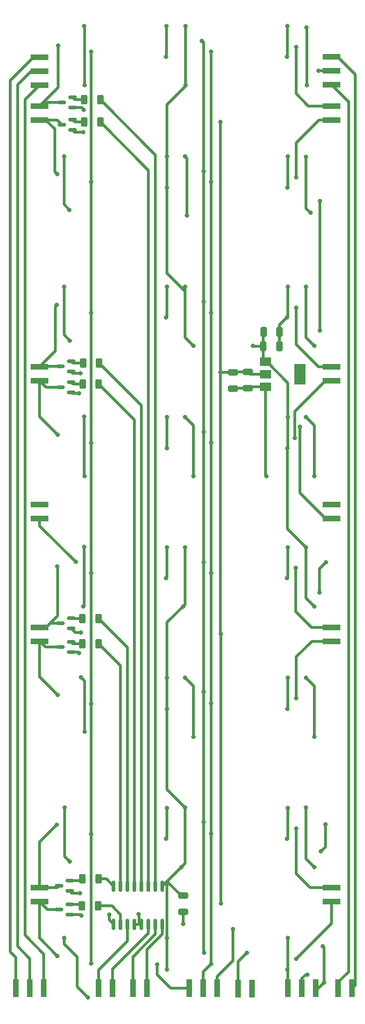
<source format=gbr>
%TF.GenerationSoftware,KiCad,Pcbnew,(6.0.7-1)-1*%
%TF.CreationDate,2022-12-02T15:43:41+01:00*%
%TF.ProjectId,8x3,3878332e-6b69-4636-9164-5f7063625858,rev?*%
%TF.SameCoordinates,Original*%
%TF.FileFunction,Copper,L2,Bot*%
%TF.FilePolarity,Positive*%
%FSLAX46Y46*%
G04 Gerber Fmt 4.6, Leading zero omitted, Abs format (unit mm)*
G04 Created by KiCad (PCBNEW (6.0.7-1)-1) date 2022-12-02 15:43:41*
%MOMM*%
%LPD*%
G01*
G04 APERTURE LIST*
G04 Aperture macros list*
%AMRoundRect*
0 Rectangle with rounded corners*
0 $1 Rounding radius*
0 $2 $3 $4 $5 $6 $7 $8 $9 X,Y pos of 4 corners*
0 Add a 4 corners polygon primitive as box body*
4,1,4,$2,$3,$4,$5,$6,$7,$8,$9,$2,$3,0*
0 Add four circle primitives for the rounded corners*
1,1,$1+$1,$2,$3*
1,1,$1+$1,$4,$5*
1,1,$1+$1,$6,$7*
1,1,$1+$1,$8,$9*
0 Add four rect primitives between the rounded corners*
20,1,$1+$1,$2,$3,$4,$5,0*
20,1,$1+$1,$4,$5,$6,$7,0*
20,1,$1+$1,$6,$7,$8,$9,0*
20,1,$1+$1,$8,$9,$2,$3,0*%
G04 Aperture macros list end*
%TA.AperFunction,SMDPad,CuDef*%
%ADD10RoundRect,0.250000X0.312500X0.625000X-0.312500X0.625000X-0.312500X-0.625000X0.312500X-0.625000X0*%
%TD*%
%TA.AperFunction,SMDPad,CuDef*%
%ADD11RoundRect,0.250000X0.325000X0.650000X-0.325000X0.650000X-0.325000X-0.650000X0.325000X-0.650000X0*%
%TD*%
%TA.AperFunction,SMDPad,CuDef*%
%ADD12R,3.200000X1.020000*%
%TD*%
%TA.AperFunction,SMDPad,CuDef*%
%ADD13RoundRect,0.250000X0.650000X-0.325000X0.650000X0.325000X-0.650000X0.325000X-0.650000X-0.325000X0*%
%TD*%
%TA.AperFunction,SMDPad,CuDef*%
%ADD14RoundRect,0.150000X0.587500X0.150000X-0.587500X0.150000X-0.587500X-0.150000X0.587500X-0.150000X0*%
%TD*%
%TA.AperFunction,SMDPad,CuDef*%
%ADD15R,1.020000X3.200000*%
%TD*%
%TA.AperFunction,SMDPad,CuDef*%
%ADD16RoundRect,0.150000X0.150000X-0.837500X0.150000X0.837500X-0.150000X0.837500X-0.150000X-0.837500X0*%
%TD*%
%TA.AperFunction,SMDPad,CuDef*%
%ADD17R,2.000000X1.500000*%
%TD*%
%TA.AperFunction,SMDPad,CuDef*%
%ADD18R,2.000000X3.800000*%
%TD*%
%TA.AperFunction,ViaPad*%
%ADD19C,0.800000*%
%TD*%
%TA.AperFunction,Conductor*%
%ADD20C,0.500000*%
%TD*%
G04 APERTURE END LIST*
D10*
%TO.P,R4,1*%
%TO.N,Q4*%
X34172500Y-102770000D03*
%TO.P,R4,2*%
%TO.N,Net-(Q4-Pad1)*%
X31247500Y-102770000D03*
%TD*%
%TO.P,R1,1*%
%TO.N,Q1*%
X34482500Y-51054000D03*
%TO.P,R1,2*%
%TO.N,Net-(Q1-Pad1)*%
X31557500Y-51054000D03*
%TD*%
D11*
%TO.P,CI2,1*%
%TO.N,GND*%
X67105000Y-95950000D03*
%TO.P,CI2,2*%
%TO.N,P*%
X64155000Y-95950000D03*
%TD*%
D12*
%TO.P,J7,1,Pin_1*%
%TO.N,P_side_b*%
X76590000Y-48305000D03*
%TO.P,J7,2,Pin_2*%
%TO.N,LedOut*%
X76590000Y-45765000D03*
%TO.P,J7,3,Pin_3*%
%TO.N,GND_side_b*%
X76590000Y-43225000D03*
%TD*%
D13*
%TO.P,CI5,1*%
%TO.N,GND*%
X58610000Y-103575000D03*
%TO.P,CI5,2*%
%TO.N,P3.3*%
X58610000Y-100625000D03*
%TD*%
D10*
%TO.P,R8,1*%
%TO.N,Q8*%
X34062500Y-197690000D03*
%TO.P,R8,2*%
%TO.N,Net-(Q8-Pad1)*%
X31137500Y-197690000D03*
%TD*%
D12*
%TO.P,J10,1,Pin_1*%
%TO.N,unconnected-(J10-Pad1)*%
X76590000Y-124730000D03*
%TO.P,J10,2,Pin_2*%
%TO.N,AGND*%
X76590000Y-127270000D03*
%TD*%
D14*
%TO.P,Q7,1,B*%
%TO.N,Net-(Q7-Pad1)*%
X28877500Y-193106000D03*
%TO.P,Q7,2,E*%
%TO.N,P3.3*%
X28877500Y-195006000D03*
%TO.P,Q7,3,C*%
%TO.N,PQ7*%
X27002500Y-194056000D03*
%TD*%
%TO.P,Q2,1,B*%
%TO.N,Net-(Q2-Pad1)*%
X29385500Y-54676000D03*
%TO.P,Q2,2,E*%
%TO.N,P3.3*%
X29385500Y-56576000D03*
%TO.P,Q2,3,C*%
%TO.N,PQ2*%
X27510500Y-55626000D03*
%TD*%
D15*
%TO.P,J14,1,Pin_1*%
%TO.N,A2*%
X36720000Y-212690000D03*
%TO.P,J14,2,Pin_2*%
%TO.N,E*%
X34180000Y-212690000D03*
%TD*%
D12*
%TO.P,J9,1,Pin_1*%
%TO.N,PQ3*%
X76590000Y-99610000D03*
%TO.P,J9,2,Pin_2*%
%TO.N,PQ4*%
X76590000Y-102150000D03*
%TD*%
D14*
%TO.P,Q3,1,B*%
%TO.N,Net-(Q3-Pad1)*%
X29131500Y-98618000D03*
%TO.P,Q3,2,E*%
%TO.N,P3.3*%
X29131500Y-100518000D03*
%TO.P,Q3,3,C*%
%TO.N,PQ3*%
X27256500Y-99568000D03*
%TD*%
D10*
%TO.P,R7,1*%
%TO.N,Q7*%
X34162500Y-192780000D03*
%TO.P,R7,2*%
%TO.N,Net-(Q7-Pad1)*%
X31237500Y-192780000D03*
%TD*%
D12*
%TO.P,J2,1,Pin_1*%
%TO.N,PQ2*%
X23410000Y-54750000D03*
%TO.P,J2,2,Pin_2*%
%TO.N,PQ1*%
X23410000Y-52210000D03*
%TD*%
D13*
%TO.P,CI1,1*%
%TO.N,GND*%
X49590000Y-198785000D03*
%TO.P,CI1,2*%
%TO.N,P*%
X49590000Y-195835000D03*
%TD*%
D14*
%TO.P,Q8,1,B*%
%TO.N,Net-(Q8-Pad1)*%
X28877500Y-197424000D03*
%TO.P,Q8,2,E*%
%TO.N,P3.3*%
X28877500Y-199324000D03*
%TO.P,Q8,3,C*%
%TO.N,PQ8*%
X27002500Y-198374000D03*
%TD*%
D12*
%TO.P,J11,1,Pin_1*%
%TO.N,PQ5*%
X76590000Y-147010000D03*
%TO.P,J11,2,Pin_2*%
%TO.N,PQ6*%
X76590000Y-149550000D03*
%TD*%
%TO.P,J3,1,Pin_1*%
%TO.N,PQ4*%
X23410000Y-102150000D03*
%TO.P,J3,2,Pin_2*%
%TO.N,PQ3*%
X23410000Y-99610000D03*
%TD*%
D16*
%TO.P,UI1,1,A0*%
%TO.N,A0*%
X45795000Y-201032500D03*
%TO.P,UI1,2,A1*%
%TO.N,A1*%
X44525000Y-201032500D03*
%TO.P,UI1,3,A2*%
%TO.N,A2*%
X43255000Y-201032500D03*
%TO.P,UI1,4,~{E1}*%
%TO.N,GND*%
X41985000Y-201032500D03*
%TO.P,UI1,5,~{E2}*%
X40715000Y-201032500D03*
%TO.P,UI1,6,E3*%
%TO.N,E*%
X39445000Y-201032500D03*
%TO.P,UI1,7,Y7*%
%TO.N,Q8*%
X38175000Y-201032500D03*
%TO.P,UI1,8,GND*%
%TO.N,GND*%
X36905000Y-201032500D03*
%TO.P,UI1,9,Y6*%
%TO.N,Q7*%
X36905000Y-194107500D03*
%TO.P,UI1,10,Y5*%
%TO.N,Q6*%
X38175000Y-194107500D03*
%TO.P,UI1,11,Y4*%
%TO.N,Q5*%
X39445000Y-194107500D03*
%TO.P,UI1,12,Y3*%
%TO.N,Q4*%
X40715000Y-194107500D03*
%TO.P,UI1,13,Y2*%
%TO.N,Q3*%
X41985000Y-194107500D03*
%TO.P,UI1,14,Y1*%
%TO.N,Q2*%
X43255000Y-194107500D03*
%TO.P,UI1,15,Y0*%
%TO.N,Q1*%
X44525000Y-194107500D03*
%TO.P,UI1,16,VCC*%
%TO.N,P*%
X45795000Y-194107500D03*
%TD*%
D15*
%TO.P,J17,1,Pin_1*%
%TO.N,unconnected-(J17-Pad1)*%
X62140000Y-212760000D03*
%TO.P,J17,2,Pin_2*%
%TO.N,AGND*%
X59600000Y-212760000D03*
%TD*%
D14*
%TO.P,Q5,1,B*%
%TO.N,Net-(Q5-Pad1)*%
X29131500Y-145354000D03*
%TO.P,Q5,2,E*%
%TO.N,P3.3*%
X29131500Y-147254000D03*
%TO.P,Q5,3,C*%
%TO.N,PQ5*%
X27256500Y-146304000D03*
%TD*%
D10*
%TO.P,R2,1*%
%TO.N,Q2*%
X34482500Y-55118000D03*
%TO.P,R2,2*%
%TO.N,Net-(Q2-Pad1)*%
X31557500Y-55118000D03*
%TD*%
D15*
%TO.P,J15,1,Pin_1*%
%TO.N,A0*%
X42960000Y-212690000D03*
%TO.P,J15,2,Pin_2*%
%TO.N,A1*%
X40420000Y-212690000D03*
%TD*%
D12*
%TO.P,J4,1,Pin_1*%
%TO.N,AGND*%
X23410000Y-127270000D03*
%TO.P,J4,2,Pin_2*%
%TO.N,unconnected-(J4-Pad2)*%
X23410000Y-124730000D03*
%TD*%
D10*
%TO.P,R3,1*%
%TO.N,Q3*%
X34282500Y-98960000D03*
%TO.P,R3,2*%
%TO.N,Net-(Q3-Pad1)*%
X31357500Y-98960000D03*
%TD*%
%TO.P,R6,1*%
%TO.N,Q6*%
X34152500Y-149990000D03*
%TO.P,R6,2*%
%TO.N,Net-(Q6-Pad1)*%
X31227500Y-149990000D03*
%TD*%
D13*
%TO.P,CI4,1*%
%TO.N,GND*%
X61380000Y-103555000D03*
%TO.P,CI4,2*%
%TO.N,P3.3*%
X61380000Y-100605000D03*
%TD*%
D12*
%TO.P,J12,1,Pin_1*%
%TO.N,PQ7*%
X76590000Y-194410000D03*
%TO.P,J12,2,Pin_2*%
%TO.N,PQ8*%
X76590000Y-196950000D03*
%TD*%
%TO.P,J1,1,Pin_1*%
%TO.N,GND_side_a*%
X23410000Y-43325000D03*
%TO.P,J1,2,Pin_2*%
%TO.N,LedIn_side_a*%
X23410000Y-45865000D03*
%TO.P,J1,3,Pin_3*%
%TO.N,P_side_a*%
X23410000Y-48405000D03*
%TD*%
%TO.P,J5,1,Pin_1*%
%TO.N,PQ6*%
X23410000Y-149550000D03*
%TO.P,J5,2,Pin_2*%
%TO.N,PQ5*%
X23410000Y-147010000D03*
%TD*%
D11*
%TO.P,CI3,1*%
%TO.N,GND*%
X67135000Y-93270000D03*
%TO.P,CI3,2*%
%TO.N,P*%
X64185000Y-93270000D03*
%TD*%
D14*
%TO.P,Q1,1,B*%
%TO.N,Net-(Q1-Pad1)*%
X29385500Y-50612000D03*
%TO.P,Q1,2,E*%
%TO.N,P3.3*%
X29385500Y-52512000D03*
%TO.P,Q1,3,C*%
%TO.N,PQ1*%
X27510500Y-51562000D03*
%TD*%
D15*
%TO.P,J19,1,Pin_1*%
%TO.N,GND_side_b*%
X80350000Y-212690000D03*
%TO.P,J19,2,Pin_2*%
%TO.N,P_side_b*%
X77810000Y-212690000D03*
%TD*%
D17*
%TO.P,UI2,1,GND*%
%TO.N,GND*%
X64530000Y-103300000D03*
%TO.P,UI2,2,VO*%
%TO.N,P3.3*%
X64530000Y-101000000D03*
%TO.P,UI2,3,VI*%
%TO.N,P*%
X64530000Y-98700000D03*
D18*
%TO.P,UI2,4*%
%TO.N,N/C*%
X70830000Y-101000000D03*
%TD*%
D14*
%TO.P,Q6,1,B*%
%TO.N,Net-(Q6-Pad1)*%
X29131500Y-149672000D03*
%TO.P,Q6,2,E*%
%TO.N,P3.3*%
X29131500Y-151572000D03*
%TO.P,Q6,3,C*%
%TO.N,PQ6*%
X27256500Y-150622000D03*
%TD*%
%TO.P,Q4,1,B*%
%TO.N,Net-(Q4-Pad1)*%
X29131500Y-102428000D03*
%TO.P,Q4,2,E*%
%TO.N,P3.3*%
X29131500Y-104328000D03*
%TO.P,Q4,3,C*%
%TO.N,PQ4*%
X27256500Y-103378000D03*
%TD*%
D12*
%TO.P,J8,1,Pin_1*%
%TO.N,PQ1*%
X76590000Y-52210000D03*
%TO.P,J8,2,Pin_2*%
%TO.N,PQ2*%
X76590000Y-54750000D03*
%TD*%
D15*
%TO.P,J16,1,Pin_1*%
%TO.N,HallOut1*%
X50685000Y-212690000D03*
%TO.P,J16,2,Pin_2*%
%TO.N,HallOut2*%
X53225000Y-212690000D03*
%TO.P,J16,3,Pin_3*%
%TO.N,HallOut3*%
X55765000Y-212690000D03*
%TD*%
%TO.P,J13,1,Pin_1*%
%TO.N,GND_side_a*%
X19130000Y-212690000D03*
%TO.P,J13,2,Pin_2*%
%TO.N,LedIn_side_a*%
X21670000Y-212690000D03*
%TO.P,J13,3,Pin_3*%
%TO.N,P_side_a*%
X24210000Y-212690000D03*
%TD*%
D12*
%TO.P,J6,1,Pin_1*%
%TO.N,PQ8*%
X23410000Y-196950000D03*
%TO.P,J6,2,Pin_2*%
%TO.N,PQ7*%
X23410000Y-194410000D03*
%TD*%
D15*
%TO.P,J18,1,Pin_1*%
%TO.N,P*%
X68660000Y-212690000D03*
%TO.P,J18,2,Pin_2*%
%TO.N,LedIn*%
X71200000Y-212690000D03*
%TO.P,J18,3,Pin_3*%
%TO.N,GND*%
X73740000Y-212690000D03*
%TD*%
D10*
%TO.P,R5,1*%
%TO.N,Q5*%
X34152500Y-145430000D03*
%TO.P,R5,2*%
%TO.N,Net-(Q5-Pad1)*%
X31227500Y-145430000D03*
%TD*%
D19*
%TO.N,P*%
X68576200Y-114446400D03*
X28950000Y-94890000D03*
X71920000Y-132450000D03*
X50030000Y-48420000D03*
X49920000Y-85050000D03*
X62243598Y-95846402D03*
X31376201Y-143246401D03*
X72126402Y-48446402D03*
X73476200Y-95846402D03*
X68650000Y-61360000D03*
X31560000Y-37700000D03*
X46576200Y-114446400D03*
X31663598Y-48446402D03*
X46576200Y-161846400D03*
X68650000Y-203560000D03*
X46650000Y-203560000D03*
X49920000Y-179850000D03*
X49920000Y-132450000D03*
X71920000Y-85050000D03*
X31520000Y-132410000D03*
X68576200Y-209246400D03*
X50030000Y-37700000D03*
X27860000Y-85090000D03*
X49266250Y-190636250D03*
X73476200Y-190646402D03*
X46650000Y-108760000D03*
X46576200Y-67046400D03*
X28000000Y-179850000D03*
X46650000Y-156160000D03*
X73476200Y-143246402D03*
X46576200Y-209246400D03*
X68650000Y-156160000D03*
X28920000Y-189610000D03*
X71920000Y-179850000D03*
X46650000Y-61360000D03*
X51476200Y-95846402D03*
X68576200Y-161846400D03*
X68650000Y-108760000D03*
X68576200Y-67046400D03*
X71970000Y-37870000D03*
X49535000Y-143245000D03*
%TO.N,LedIn*%
X72160000Y-210180000D03*
%TO.N,P3.3*%
X31010000Y-199420000D03*
X56470000Y-197240000D03*
X31410000Y-56920000D03*
X30610000Y-151730000D03*
X56330000Y-55080000D03*
X56460000Y-148270000D03*
X30850000Y-100800000D03*
X30800000Y-195360000D03*
X31490000Y-52910000D03*
X56330000Y-100650000D03*
X30960000Y-148020000D03*
X30630000Y-104450000D03*
%TO.N,GND*%
X28870000Y-71130000D03*
X73476200Y-119546402D03*
X75010000Y-205040000D03*
X50213598Y-72146402D03*
X46540000Y-37700000D03*
X64696402Y-119546402D03*
X68640000Y-132510000D03*
X71900000Y-61420000D03*
X49540000Y-200990000D03*
X68479801Y-138050001D03*
X46479801Y-90650001D03*
X49930000Y-156170000D03*
X49930000Y-108770000D03*
X72731301Y-71641301D03*
X68479801Y-43250001D03*
X73476200Y-166946402D03*
X51476200Y-166946402D03*
X31500000Y-108720000D03*
X71930000Y-156170000D03*
X41420000Y-199170000D03*
X68479801Y-90650001D03*
X30970000Y-156130000D03*
X68640000Y-85110000D03*
X68540000Y-37700000D03*
X75270000Y-211660000D03*
X46479801Y-43250001D03*
X46640000Y-85110000D03*
X46640000Y-179910000D03*
X68479801Y-185450001D03*
X27860000Y-61390000D03*
X46479801Y-138050001D03*
X68640000Y-179910000D03*
X31613599Y-165996401D03*
X27890000Y-203540000D03*
X36110000Y-199250000D03*
X49920000Y-61370000D03*
X46640000Y-132510000D03*
X31593598Y-119546402D03*
X32256402Y-214346402D03*
X71930000Y-108770000D03*
X46479801Y-185450001D03*
X51476200Y-119546402D03*
%TO.N,Net-(D12-Pad2)*%
X74360000Y-140730000D03*
X75600000Y-135170000D03*
%TO.N,Net-(D6-Pad2)*%
X74440000Y-69500000D03*
X74470000Y-93040000D03*
%TO.N,Net-(D18-Pad2)*%
X75480000Y-182830000D03*
X74650000Y-187800000D03*
%TO.N,LedOut*%
X74170000Y-45790000D03*
%TO.N,PQ1*%
X70149999Y-41449999D03*
X26820000Y-41210000D03*
%TO.N,PQ2*%
X26590000Y-64590000D03*
X70149999Y-65149999D03*
%TO.N,PQ3*%
X70149999Y-88849999D03*
X26520000Y-88360000D03*
%TO.N,PQ4*%
X26710000Y-111990000D03*
X69870500Y-112549999D03*
%TO.N,PQ5*%
X26650000Y-135960000D03*
X70090001Y-136249999D03*
%TO.N,PQ6*%
X26740000Y-159310000D03*
X70149999Y-159949999D03*
%TO.N,PQ7*%
X70149999Y-183649999D03*
X26540000Y-182910000D03*
%TO.N,PQ8*%
X70149999Y-207349999D03*
X26670000Y-206820000D03*
%TO.N,HallOut1*%
X32842000Y-65997400D03*
X32842000Y-89771800D03*
X32842000Y-137142800D03*
X32842000Y-160891800D03*
X32842000Y-113546200D03*
X32842000Y-184615400D03*
X32842000Y-208186600D03*
X44870000Y-208370000D03*
X32842000Y-42350000D03*
%TO.N,HallOut2*%
X54686000Y-113470000D03*
X54686000Y-160866400D03*
X54686000Y-208262800D03*
X54686000Y-89771800D03*
X54686000Y-66048200D03*
X54686000Y-184539200D03*
X54686000Y-137117400D03*
X54686000Y-42350000D03*
%TO.N,HallOut3*%
X58650000Y-201870000D03*
%TO.N,AGND*%
X53260000Y-111450000D03*
X70850000Y-110580000D03*
X53000000Y-40350000D03*
X53310000Y-135160000D03*
X53310000Y-64070000D03*
X53310000Y-158760000D03*
X29990000Y-135150000D03*
X53310000Y-87780000D03*
X53350000Y-206250000D03*
X53310000Y-182460000D03*
X61180000Y-206250000D03*
%TD*%
D20*
%TO.N,P*%
X31663598Y-48446402D02*
X31663598Y-37803598D01*
X46650000Y-156160000D02*
X46650000Y-161772600D01*
X28000000Y-188690000D02*
X28920000Y-189610000D01*
X49232500Y-195835000D02*
X46650000Y-193252500D01*
X68650000Y-108760000D02*
X68650000Y-114372600D01*
X46650000Y-108760000D02*
X46650000Y-114372600D01*
X50030000Y-37700000D02*
X50030000Y-48420000D01*
X46650000Y-193252500D02*
X46650000Y-203560000D01*
X71920000Y-141690202D02*
X73476200Y-143246402D01*
X62347196Y-95950000D02*
X62243598Y-95846402D01*
X28000000Y-179850000D02*
X28000000Y-188690000D01*
X49920000Y-189982500D02*
X49266250Y-190636250D01*
X46650000Y-114372600D02*
X46576200Y-114446400D01*
X68576200Y-129106200D02*
X71920000Y-132450000D01*
X49920000Y-85050000D02*
X49920000Y-85930000D01*
X68650000Y-61360000D02*
X68650000Y-66972600D01*
X46650000Y-66972600D02*
X46576200Y-67046400D01*
X68650000Y-102570000D02*
X68650000Y-108760000D01*
X68660000Y-212690000D02*
X68660000Y-209330200D01*
X71920000Y-132450000D02*
X71920000Y-141690202D01*
X49920000Y-179850000D02*
X49920000Y-189982500D01*
X46650000Y-51980000D02*
X46650000Y-61360000D01*
X31520000Y-143102602D02*
X31376201Y-143246401D01*
X31663598Y-37803598D02*
X31560000Y-37700000D01*
X46716250Y-193186250D02*
X49266250Y-190636250D01*
X68650000Y-203560000D02*
X68650000Y-209172600D01*
X72126402Y-38026402D02*
X71970000Y-37870000D01*
X46650000Y-61360000D02*
X46650000Y-66972600D01*
X49920000Y-85930000D02*
X49920000Y-94290202D01*
X68660000Y-209330200D02*
X68576200Y-209246400D01*
X68576200Y-114446400D02*
X68576200Y-129106200D01*
X46576200Y-176506200D02*
X49920000Y-179850000D01*
X71920000Y-179850000D02*
X71920000Y-189090202D01*
X71920000Y-85050000D02*
X71920000Y-94290202D01*
X46576200Y-161846400D02*
X46576200Y-176506200D01*
X49920000Y-142860000D02*
X49920000Y-132450000D01*
X46576200Y-67046400D02*
X46576200Y-82586200D01*
X27860000Y-85090000D02*
X27860000Y-93800000D01*
X46716250Y-193186250D02*
X46650000Y-193252500D01*
X27860000Y-93800000D02*
X28950000Y-94890000D01*
X68650000Y-156160000D02*
X68650000Y-161772600D01*
X46650000Y-203560000D02*
X46650000Y-209172600D01*
X49920000Y-94290202D02*
X51476200Y-95846402D01*
X46650000Y-156160000D02*
X46650000Y-146130000D01*
X64155000Y-95950000D02*
X64155000Y-98325000D01*
X71920000Y-94290202D02*
X73476200Y-95846402D01*
X72126402Y-48446402D02*
X72126402Y-38026402D01*
X31520000Y-132410000D02*
X31520000Y-143102602D01*
X50030000Y-48600000D02*
X46650000Y-51980000D01*
X46650000Y-146130000D02*
X49920000Y-142860000D01*
X46576200Y-82586200D02*
X49920000Y-85930000D01*
X71920000Y-189090202D02*
X73476200Y-190646402D01*
X64155000Y-95950000D02*
X62347196Y-95950000D01*
X45795000Y-194107500D02*
X46716250Y-193186250D01*
X64780000Y-98700000D02*
X68650000Y-102570000D01*
X64155000Y-95950000D02*
X64155000Y-93300000D01*
X68652600Y-209170000D02*
X68576200Y-209246400D01*
X50030000Y-48600000D02*
X50030000Y-48420000D01*
%TO.N,LedIn*%
X71200000Y-212690000D02*
X71200000Y-210880000D01*
X71900000Y-210180000D02*
X72160000Y-210180000D01*
X71200000Y-210880000D02*
X71900000Y-210180000D01*
%TO.N,P3.3*%
X58610000Y-100625000D02*
X56355000Y-100625000D01*
X56330000Y-100650000D02*
X56330000Y-55080000D01*
X30800000Y-195360000D02*
X29231500Y-195360000D01*
X29231500Y-195360000D02*
X28877500Y-195006000D01*
X29131500Y-151572000D02*
X30452000Y-151572000D01*
X29385500Y-52512000D02*
X31092000Y-52512000D01*
X56330000Y-100650000D02*
X56330000Y-148140000D01*
X28877500Y-199324000D02*
X30914000Y-199324000D01*
X56355000Y-100625000D02*
X56330000Y-100650000D01*
X61775000Y-101000000D02*
X61380000Y-100605000D01*
X56460000Y-197230000D02*
X56470000Y-197240000D01*
X61380000Y-100605000D02*
X58630000Y-100605000D01*
X31410000Y-56920000D02*
X29729500Y-56920000D01*
X64530000Y-101000000D02*
X61775000Y-101000000D01*
X31092000Y-52512000D02*
X31490000Y-52910000D01*
X30850000Y-100800000D02*
X29413500Y-100800000D01*
X56330000Y-148140000D02*
X56460000Y-148270000D01*
X29413500Y-100800000D02*
X29131500Y-100518000D01*
X56460000Y-148270000D02*
X56460000Y-197230000D01*
X30960000Y-148020000D02*
X29897500Y-148020000D01*
X30914000Y-199324000D02*
X31010000Y-199420000D01*
X30630000Y-104450000D02*
X29253500Y-104450000D01*
X29897500Y-148020000D02*
X29131500Y-147254000D01*
X29253500Y-104450000D02*
X29131500Y-104328000D01*
X30452000Y-151572000D02*
X30610000Y-151730000D01*
X29729500Y-56920000D02*
X29385500Y-56576000D01*
%TO.N,GND*%
X74240000Y-212690000D02*
X75270000Y-211660000D01*
X30970000Y-156130000D02*
X31613599Y-156773599D01*
X49590000Y-198785000D02*
X49590000Y-200940000D01*
X41985000Y-201032500D02*
X41527500Y-201032500D01*
X67135000Y-93270000D02*
X67135000Y-91994802D01*
X27860000Y-70120000D02*
X28870000Y-71130000D01*
X31613599Y-156773599D02*
X31613599Y-165996401D01*
X46640000Y-132510000D02*
X46640000Y-137889802D01*
X41527500Y-199277500D02*
X41420000Y-199170000D01*
X75270000Y-211660000D02*
X75270000Y-205300000D01*
X51476200Y-157716200D02*
X51476200Y-166946402D01*
X31500000Y-108720000D02*
X31500000Y-119452804D01*
X67135000Y-91994802D02*
X68479801Y-90650001D01*
X49930000Y-156170000D02*
X51476200Y-157716200D01*
X46540000Y-43189802D02*
X46479801Y-43250001D01*
X73740000Y-212690000D02*
X74240000Y-212690000D01*
X73476200Y-157716200D02*
X73476200Y-166946402D01*
X50213598Y-61663598D02*
X50213598Y-72146402D01*
X75270000Y-205300000D02*
X75010000Y-205040000D01*
X68640000Y-132510000D02*
X68640000Y-137889802D01*
X71900000Y-70810000D02*
X72731301Y-71641301D01*
X71930000Y-156170000D02*
X73476200Y-157716200D01*
X31500000Y-119452804D02*
X31593598Y-119546402D01*
X73476200Y-110316200D02*
X73476200Y-119546402D01*
X64530000Y-103300000D02*
X61635000Y-103300000D01*
X30300000Y-207000000D02*
X30300000Y-212390000D01*
X71900000Y-61420000D02*
X71900000Y-70810000D01*
X46640000Y-90489802D02*
X46479801Y-90650001D01*
X49930000Y-108770000D02*
X51476200Y-110316200D01*
X64530000Y-103300000D02*
X64530000Y-119380000D01*
X51476200Y-110316200D02*
X51476200Y-119546402D01*
X46640000Y-179910000D02*
X46640000Y-185289802D01*
X36110000Y-200237500D02*
X36905000Y-201032500D01*
X36110000Y-199250000D02*
X36110000Y-200237500D01*
X68640000Y-85110000D02*
X68640000Y-90489802D01*
X30300000Y-212390000D02*
X32256402Y-214346402D01*
X27890000Y-204590000D02*
X27890000Y-203540000D01*
X27890000Y-204590000D02*
X30300000Y-207000000D01*
X49590000Y-200940000D02*
X49540000Y-200990000D01*
X46640000Y-85110000D02*
X46640000Y-90489802D01*
X68640000Y-179910000D02*
X68640000Y-185289802D01*
X41527500Y-201032500D02*
X40715000Y-201032500D01*
X64530000Y-119380000D02*
X64696402Y-119546402D01*
X67105000Y-95950000D02*
X67105000Y-93300000D01*
X46540000Y-37700000D02*
X46540000Y-43189802D01*
X61380000Y-103555000D02*
X58630000Y-103555000D01*
X27860000Y-61390000D02*
X27860000Y-70120000D01*
X68540000Y-37700000D02*
X68540000Y-43189802D01*
X71930000Y-108770000D02*
X73476200Y-110316200D01*
X49920000Y-61370000D02*
X50213598Y-61663598D01*
X41527500Y-201032500D02*
X41527500Y-199277500D01*
%TO.N,Net-(D12-Pad2)*%
X74360000Y-136410000D02*
X74360000Y-140730000D01*
X75600000Y-135170000D02*
X74360000Y-136410000D01*
%TO.N,Net-(D6-Pad2)*%
X74440000Y-69500000D02*
X74440000Y-93010000D01*
X74440000Y-93010000D02*
X74470000Y-93040000D01*
%TO.N,Net-(D18-Pad2)*%
X75480000Y-186970000D02*
X74650000Y-187800000D01*
X75480000Y-182830000D02*
X75480000Y-186970000D01*
%TO.N,P_side_a*%
X20760000Y-51055000D02*
X23410000Y-48405000D01*
X24210000Y-212690000D02*
X24210000Y-206460000D01*
X20760000Y-203010000D02*
X20760000Y-51055000D01*
X24210000Y-206460000D02*
X20760000Y-203010000D01*
%TO.N,LedIn_side_a*%
X19410000Y-48320000D02*
X19410000Y-205070000D01*
X21670000Y-207330000D02*
X21670000Y-212690000D01*
X23410000Y-45865000D02*
X21865000Y-45865000D01*
X19410000Y-205070000D02*
X21670000Y-207330000D01*
X21865000Y-45865000D02*
X19410000Y-48320000D01*
%TO.N,GND_side_a*%
X19130000Y-212690000D02*
X19130000Y-207100000D01*
X18050000Y-47595000D02*
X22320000Y-43325000D01*
X19130000Y-207100000D02*
X18050000Y-206020000D01*
X18050000Y-206020000D02*
X18050000Y-47595000D01*
%TO.N,GND_side_b*%
X80900000Y-212140000D02*
X80350000Y-212690000D01*
X77680000Y-43225000D02*
X80900000Y-46445000D01*
X80900000Y-46445000D02*
X80900000Y-212140000D01*
%TO.N,P_side_b*%
X79680000Y-209730000D02*
X79680000Y-51395000D01*
X76590000Y-48305000D02*
X79640000Y-51355000D01*
X79680000Y-51395000D02*
X79640000Y-51355000D01*
X77810000Y-211600000D02*
X79680000Y-209730000D01*
%TO.N,A2*%
X43255000Y-202675000D02*
X36720000Y-209210000D01*
X43255000Y-201032500D02*
X43255000Y-202675000D01*
X36720000Y-209210000D02*
X36720000Y-212690000D01*
%TO.N,E*%
X39445000Y-204085000D02*
X34180000Y-209350000D01*
X34180000Y-209350000D02*
X34180000Y-212690000D01*
X39445000Y-201032500D02*
X39445000Y-204085000D01*
%TO.N,A0*%
X45795000Y-202835000D02*
X42960000Y-205670000D01*
X42960000Y-205670000D02*
X42960000Y-212690000D01*
X45795000Y-201032500D02*
X45795000Y-202835000D01*
%TO.N,A1*%
X44525000Y-202855000D02*
X40420000Y-206960000D01*
X40420000Y-206960000D02*
X40420000Y-212690000D01*
X44525000Y-201032500D02*
X44525000Y-202855000D01*
%TO.N,Net-(Q1-Pad1)*%
X29827500Y-51054000D02*
X29385500Y-50612000D01*
X31557500Y-51054000D02*
X29827500Y-51054000D01*
%TO.N,Net-(Q2-Pad1)*%
X31557500Y-55118000D02*
X29827500Y-55118000D01*
X29827500Y-55118000D02*
X29385500Y-54676000D01*
%TO.N,Net-(Q3-Pad1)*%
X31357500Y-98960000D02*
X29473500Y-98960000D01*
X29473500Y-98960000D02*
X29131500Y-98618000D01*
%TO.N,LedOut*%
X74170000Y-45790000D02*
X76565000Y-45790000D01*
%TO.N,PQ1*%
X70130000Y-41469998D02*
X70149999Y-41449999D01*
X70130000Y-49950000D02*
X70130000Y-41469998D01*
X76590000Y-52210000D02*
X72390000Y-52210000D01*
X72390000Y-52210000D02*
X70130000Y-49950000D01*
X24058000Y-51562000D02*
X23410000Y-52210000D01*
X26820000Y-48800000D02*
X26820000Y-41210000D01*
X27510500Y-51562000D02*
X24058000Y-51562000D01*
X23410000Y-52210000D02*
X26820000Y-48800000D01*
%TO.N,PQ2*%
X26590000Y-64590000D02*
X26170000Y-64170000D01*
X26634500Y-54750000D02*
X23410000Y-54750000D01*
X27510500Y-55626000D02*
X26634500Y-54750000D01*
X26170000Y-56380000D02*
X24540000Y-54750000D01*
X74330000Y-54750000D02*
X70149999Y-58930001D01*
X26170000Y-64170000D02*
X26170000Y-56380000D01*
X70149999Y-58930001D02*
X70149999Y-65149999D01*
X76590000Y-54750000D02*
X74330000Y-54750000D01*
%TO.N,PQ3*%
X26250000Y-96770000D02*
X26250000Y-88630000D01*
X74230000Y-99610000D02*
X70149999Y-95529999D01*
X70149999Y-95529999D02*
X70149999Y-88849999D01*
X76590000Y-99610000D02*
X74230000Y-99610000D01*
X23410000Y-99610000D02*
X26250000Y-96770000D01*
X27256500Y-99568000D02*
X23452000Y-99568000D01*
X26250000Y-88630000D02*
X26520000Y-88360000D01*
%TO.N,PQ4*%
X27256500Y-103378000D02*
X24638000Y-103378000D01*
X69870500Y-107779500D02*
X69870500Y-112549999D01*
X75500000Y-102150000D02*
X69870500Y-107779500D01*
X23410000Y-102150000D02*
X23410000Y-108690000D01*
X24638000Y-103378000D02*
X23410000Y-102150000D01*
X23410000Y-108690000D02*
X26710000Y-111990000D01*
%TO.N,PQ5*%
X26690000Y-144970000D02*
X26690000Y-136000000D01*
X27256500Y-146304000D02*
X25356000Y-146304000D01*
X26690000Y-136000000D02*
X26650000Y-135960000D01*
X25140000Y-146520000D02*
X26690000Y-144970000D01*
X70090001Y-144180001D02*
X70090001Y-136249999D01*
X25356000Y-146304000D02*
X25140000Y-146520000D01*
X24650000Y-147010000D02*
X25140000Y-146520000D01*
X76590000Y-147010000D02*
X72920000Y-147010000D01*
X72920000Y-147010000D02*
X70090001Y-144180001D01*
%TO.N,PQ6*%
X76590000Y-149550000D02*
X73010000Y-149550000D01*
X73010000Y-149550000D02*
X70149999Y-152410001D01*
X24482000Y-150622000D02*
X23410000Y-149550000D01*
X23410000Y-149550000D02*
X23410000Y-155980000D01*
X23410000Y-155980000D02*
X26740000Y-159310000D01*
X70149999Y-152410001D02*
X70149999Y-159949999D01*
X27256500Y-150622000D02*
X24482000Y-150622000D01*
%TO.N,PQ7*%
X23410000Y-186040000D02*
X23410000Y-194410000D01*
X26648500Y-194410000D02*
X27002500Y-194056000D01*
X72720000Y-194410000D02*
X70149999Y-191839999D01*
X23410000Y-194410000D02*
X26648500Y-194410000D01*
X26540000Y-182910000D02*
X23410000Y-186040000D01*
X70149999Y-191839999D02*
X70149999Y-183649999D01*
X76590000Y-194410000D02*
X72720000Y-194410000D01*
%TO.N,PQ8*%
X76590000Y-200909998D02*
X70149999Y-207349999D01*
X23410000Y-203560000D02*
X23410000Y-196950000D01*
X76590000Y-196950000D02*
X76590000Y-200909998D01*
X26670000Y-206820000D02*
X23410000Y-203560000D01*
X27002500Y-198374000D02*
X24834000Y-198374000D01*
X24834000Y-198374000D02*
X23410000Y-196950000D01*
%TO.N,HallOut1*%
X32842000Y-184615400D02*
X32842000Y-208186600D01*
X32842000Y-160891800D02*
X32842000Y-184615400D01*
X32842000Y-137142800D02*
X32842000Y-160891800D01*
X32842000Y-113546200D02*
X32842000Y-137142800D01*
X32842000Y-89771800D02*
X32842000Y-113546200D01*
X32842000Y-65997400D02*
X32842000Y-89771800D01*
X47330000Y-212690000D02*
X44860000Y-210220000D01*
X44860000Y-210220000D02*
X44860000Y-208380000D01*
X44860000Y-208380000D02*
X44870000Y-208370000D01*
X50685000Y-212690000D02*
X47330000Y-212690000D01*
X32842000Y-42350000D02*
X32842000Y-65997400D01*
%TO.N,HallOut2*%
X54686000Y-66048200D02*
X54686000Y-89771800D01*
X54686000Y-89771800D02*
X54686000Y-113470000D01*
X54686000Y-113470000D02*
X54686000Y-137117400D01*
X54686000Y-137117400D02*
X54686000Y-160866400D01*
X54686000Y-160866400D02*
X54686000Y-184539200D01*
X54686000Y-42350000D02*
X54686000Y-66048200D01*
X54686000Y-184539200D02*
X54686000Y-208262800D01*
X53225000Y-212690000D02*
X53225000Y-209723800D01*
X53225000Y-209723800D02*
X54686000Y-208262800D01*
%TO.N,HallOut3*%
X58650000Y-207630000D02*
X58650000Y-201870000D01*
X55765000Y-212690000D02*
X55765000Y-210515000D01*
X55765000Y-210515000D02*
X58650000Y-207630000D01*
%TO.N,Net-(Q4-Pad1)*%
X31247500Y-102770000D02*
X29473500Y-102770000D01*
X29473500Y-102770000D02*
X29131500Y-102428000D01*
%TO.N,Net-(Q5-Pad1)*%
X29207500Y-145430000D02*
X29131500Y-145354000D01*
X31227500Y-145430000D02*
X29207500Y-145430000D01*
%TO.N,Net-(Q6-Pad1)*%
X31227500Y-149990000D02*
X29449500Y-149990000D01*
X29449500Y-149990000D02*
X29131500Y-149672000D01*
%TO.N,Net-(Q7-Pad1)*%
X28877500Y-193106000D02*
X30911500Y-193106000D01*
X30911500Y-193106000D02*
X31237500Y-192780000D01*
%TO.N,Net-(Q8-Pad1)*%
X28877500Y-197424000D02*
X30871500Y-197424000D01*
%TO.N,AGND*%
X70850000Y-110580000D02*
X70850000Y-122620000D01*
X53310000Y-206210000D02*
X53350000Y-206250000D01*
X59600000Y-212760000D02*
X59600000Y-207830000D01*
X70850000Y-122620000D02*
X75500000Y-127270000D01*
X23410000Y-128570000D02*
X29990000Y-135150000D01*
X53310000Y-40660000D02*
X53310000Y-206210000D01*
X23410000Y-127270000D02*
X23410000Y-128570000D01*
X59600000Y-207830000D02*
X61180000Y-206250000D01*
X53000000Y-40350000D02*
X53310000Y-40660000D01*
%TO.N,Q1*%
X44520000Y-150070000D02*
X44520000Y-61091500D01*
X44525000Y-194107500D02*
X44525000Y-150075000D01*
X44520000Y-61091500D02*
X34482500Y-51054000D01*
X44525000Y-150075000D02*
X44520000Y-150070000D01*
%TO.N,Q2*%
X43255000Y-63890500D02*
X34482500Y-55118000D01*
X43255000Y-194107500D02*
X43255000Y-63890500D01*
%TO.N,Q3*%
X41985000Y-106662500D02*
X41985000Y-194107500D01*
X34282500Y-98960000D02*
X41985000Y-106662500D01*
%TO.N,Q4*%
X40715000Y-109312500D02*
X34172500Y-102770000D01*
X40715000Y-194107500D02*
X40715000Y-109312500D01*
%TO.N,Q5*%
X34152500Y-145430000D02*
X39445000Y-150722500D01*
X39445000Y-150722500D02*
X39445000Y-194107500D01*
%TO.N,Q6*%
X38175000Y-194107500D02*
X38175000Y-154012500D01*
X38175000Y-154012500D02*
X34152500Y-149990000D01*
%TO.N,Q7*%
X34162500Y-192780000D02*
X35577500Y-192780000D01*
X35577500Y-192780000D02*
X36905000Y-194107500D01*
%TO.N,Q8*%
X38175000Y-199275000D02*
X36590000Y-197690000D01*
X38175000Y-201032500D02*
X38175000Y-199275000D01*
X36590000Y-197690000D02*
X34062500Y-197690000D01*
%TD*%
M02*

</source>
